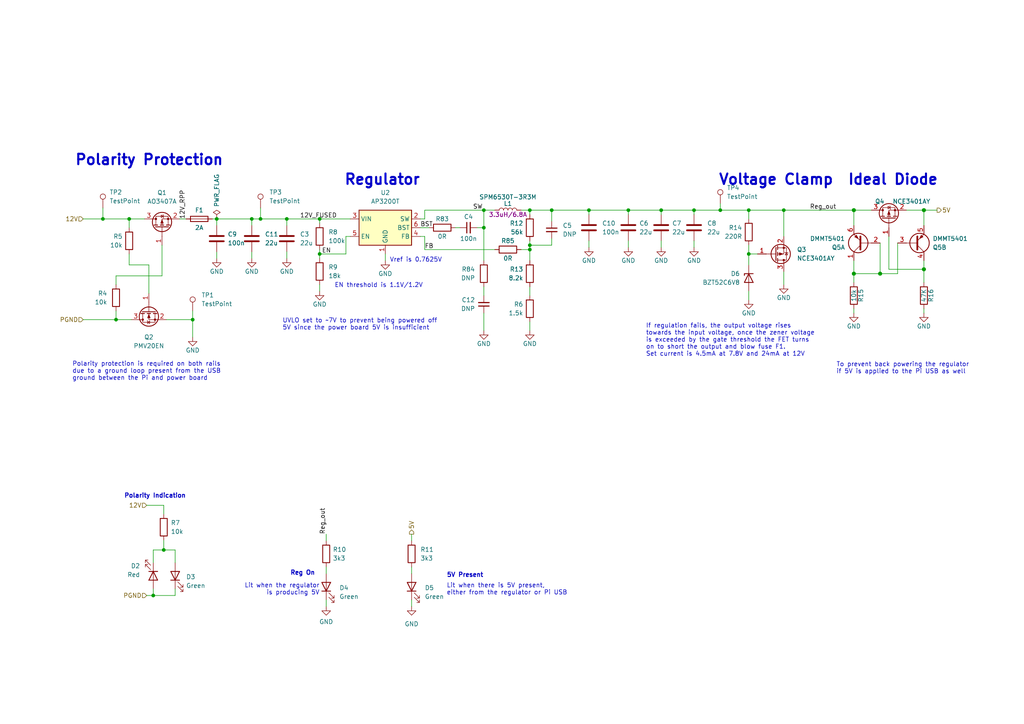
<source format=kicad_sch>
(kicad_sch (version 20211123) (generator eeschema)
  (paper "A4")
  (title_block (title "KCH - Raspberry Pi HAT") (date "2022-06-28") (rev "A (S2L1)") (company "Student Robotics") (comment 1 "Power Regulation & Protection"))
  (lib_symbols
    (symbol "Connector:TestPoint" (pin_numbers hide) (pin_names (offset 0.762) hide)
      (property "Reference" "TP" (at 0 6.858 0))
      (property "Value" "TestPoint" (at 0 5.08 0))
      (symbol "TestPoint_0_1"
        (circle (center 0 3.302) (radius 0.762))
      )
      (symbol "TestPoint_1_1"
        (pin passive line (at 0 0 90) (length 2.54) (name "1") (number "1"))
      )
    )
    (symbol "Device:C" (pin_numbers hide) (pin_names (offset 0.254))
      (property "Reference" "C" (at 0.635 2.54 0))
      (property "Value" "C" (at 0.635 -2.54 0))
      (symbol "C_0_1"
        (polyline (pts (xy -2.032 -0.762) (xy 2.032 -0.762)) (stroke (width 0.508)))
        (polyline (pts (xy -2.032 0.762) (xy 2.032 0.762)) (stroke (width 0.508)))
      )
      (symbol "C_1_1"
        (pin passive line (at 0 3.81 270) (length 2.794) (name "~") (number "1"))
        (pin passive line (at 0 -3.81 90) (length 2.794) (name "~") (number "2"))
      )
    )
    (symbol "Device:C_Small" (pin_numbers hide) (pin_names (offset 0.254) hide)
      (property "Reference" "C" (at 0.254 1.778 0))
      (property "Value" "C_Small" (at 0.254 -2.032 0))
      (symbol "C_Small_0_1"
        (polyline (pts (xy -1.524 -0.508) (xy 1.524 -0.508)) (stroke (width 0.3302)))
        (polyline (pts (xy -1.524 0.508) (xy 1.524 0.508)) (stroke (width 0.3048)))
      )
      (symbol "C_Small_1_1"
        (pin passive line (at 0 2.54 270) (length 2.032) (name "~") (number "1"))
        (pin passive line (at 0 -2.54 90) (length 2.032) (name "~") (number "2"))
      )
    )
    (symbol "Device:D_Zener" (pin_numbers hide) (pin_names (offset 1.016) hide)
      (property "Reference" "D" (at 0 2.54 0))
      (property "Value" "D_Zener" (at 0 -2.54 0))
      (symbol "D_Zener_0_1"
        (polyline (pts (xy 1.27 0) (xy -1.27 0)))
        (polyline (pts (xy -1.27 -1.27) (xy -1.27 1.27) (xy -0.762 1.27)) (stroke (width 0.254)))
        (polyline (pts (xy 1.27 -1.27) (xy 1.27 1.27) (xy -1.27 0) (xy 1.27 -1.27)) (stroke (width 0.254)))
      )
      (symbol "D_Zener_1_1"
        (pin passive line (at -3.81 0 0) (length 2.54) (name "K") (number "1"))
        (pin passive line (at 3.81 0 180) (length 2.54) (name "A") (number "2"))
      )
    )
    (symbol "Device:Fuse" (pin_numbers hide) (pin_names (offset 0))
      (property "Reference" "F" (at 2.032 0 90))
      (property "Value" "Fuse" (at -1.905 0 90))
      (symbol "Fuse_0_1"
        (rectangle (start -0.762 -2.54) (end 0.762 2.54) (stroke (width 0.254)))
        (polyline (pts (xy 0 2.54) (xy 0 -2.54)))
      )
      (symbol "Fuse_1_1"
        (pin passive line (at 0 3.81 270) (length 1.27) (name "~") (number "1"))
        (pin passive line (at 0 -3.81 90) (length 1.27) (name "~") (number "2"))
      )
    )
    (symbol "Device:L" (pin_numbers hide) (pin_names (offset 1.016) hide)
      (property "Reference" "L" (at -1.27 0 90))
      (property "Value" "L" (at 1.905 0 90))
      (symbol "L_0_1"
        (arc (start 0 -2.54) (mid 0.635 -1.905) (end 0 -1.27))
        (arc (start 0 -1.27) (mid 0.635 -0.635) (end 0 0))
        (arc (start 0 0) (mid 0.635 0.635) (end 0 1.27))
        (arc (start 0 1.27) (mid 0.635 1.905) (end 0 2.54))
      )
      (symbol "L_1_1"
        (pin passive line (at 0 3.81 270) (length 1.27) (name "1") (number "1"))
        (pin passive line (at 0 -3.81 90) (length 1.27) (name "2") (number "2"))
      )
    )
    (symbol "Device:LED" (pin_numbers hide) (pin_names (offset 1.016) hide)
      (property "Reference" "D" (at 0 2.54 0))
      (property "Value" "LED" (at 0 -2.54 0))
      (symbol "LED_0_1"
        (polyline (pts (xy -1.27 -1.27) (xy -1.27 1.27)) (stroke (width 0.254)))
        (polyline (pts (xy -1.27 0) (xy 1.27 0)))
        (polyline (pts (xy 1.27 -1.27) (xy 1.27 1.27) (xy -1.27 0) (xy 1.27 -1.27)) (stroke (width 0.254)))
        (polyline (pts (xy -3.048 -0.762) (xy -4.572 -2.286) (xy -3.81 -2.286) (xy -4.572 -2.286) (xy -4.572 -1.524)))
        (polyline (pts (xy -1.778 -0.762) (xy -3.302 -2.286) (xy -2.54 -2.286) (xy -3.302 -2.286) (xy -3.302 -1.524)))
      )
      (symbol "LED_1_1"
        (pin passive line (at -3.81 0 0) (length 2.54) (name "K") (number "1"))
        (pin passive line (at 3.81 0 180) (length 2.54) (name "A") (number "2"))
      )
    )
    (symbol "Device:Q_NMOS_GSD" (pin_names (offset 0) hide)
      (property "Reference" "Q" (at 5.08 1.27 0))
      (property "Value" "Q_NMOS_GSD" (at 5.08 -1.27 0))
      (symbol "Q_NMOS_GSD_0_1"
        (polyline (pts (xy 0.254 0) (xy -2.54 0)))
        (polyline (pts (xy 0.254 1.905) (xy 0.254 -1.905)) (stroke (width 0.254)))
        (polyline (pts (xy 0.762 -1.27) (xy 0.762 -2.286)) (stroke (width 0.254)))
        (polyline (pts (xy 0.762 0.508) (xy 0.762 -0.508)) (stroke (width 0.254)))
        (polyline (pts (xy 0.762 2.286) (xy 0.762 1.27)) (stroke (width 0.254)))
        (polyline (pts (xy 2.54 2.54) (xy 2.54 1.778)))
        (polyline (pts (xy 2.54 -2.54) (xy 2.54 0) (xy 0.762 0)))
        (polyline (pts (xy 0.762 -1.778) (xy 3.302 -1.778) (xy 3.302 1.778) (xy 0.762 1.778)))
        (polyline (pts (xy 1.016 0) (xy 2.032 0.381) (xy 2.032 -0.381) (xy 1.016 0)) (fill (type outline)))
        (polyline (pts (xy 2.794 0.508) (xy 2.921 0.381) (xy 3.683 0.381) (xy 3.81 0.254)))
        (polyline (pts (xy 3.302 0.381) (xy 2.921 -0.254) (xy 3.683 -0.254) (xy 3.302 0.381)))
        (circle (center 1.651 0) (radius 2.794) (stroke (width 0.254)))
        (circle (center 2.54 -1.778) (radius 0.254) (fill (type outline)))
        (circle (center 2.54 1.778) (radius 0.254) (fill (type outline)))
      )
      (symbol "Q_NMOS_GSD_1_1"
        (pin input line (at -5.08 0 0) (length 2.54) (name "G") (number "1"))
        (pin passive line (at 2.54 -5.08 90) (length 2.54) (name "S") (number "2"))
        (pin passive line (at 2.54 5.08 270) (length 2.54) (name "D") (number "3"))
      )
    )
    (symbol "Device:Q_PMOS_GSD" (pin_names (offset 0) hide)
      (property "Reference" "Q" (at 5.08 1.27 0))
      (property "Value" "Q_PMOS_GSD" (at 5.08 -1.27 0))
      (symbol "Q_PMOS_GSD_0_1"
        (polyline (pts (xy 0.254 0) (xy -2.54 0)))
        (polyline (pts (xy 0.254 1.905) (xy 0.254 -1.905)) (stroke (width 0.254)))
        (polyline (pts (xy 0.762 -1.27) (xy 0.762 -2.286)) (stroke (width 0.254)))
        (polyline (pts (xy 0.762 0.508) (xy 0.762 -0.508)) (stroke (width 0.254)))
        (polyline (pts (xy 0.762 2.286) (xy 0.762 1.27)) (stroke (width 0.254)))
        (polyline (pts (xy 2.54 2.54) (xy 2.54 1.778)))
        (polyline (pts (xy 2.54 -2.54) (xy 2.54 0) (xy 0.762 0)))
        (polyline (pts (xy 0.762 1.778) (xy 3.302 1.778) (xy 3.302 -1.778) (xy 0.762 -1.778)))
        (polyline (pts (xy 2.286 0) (xy 1.27 0.381) (xy 1.27 -0.381) (xy 2.286 0)) (fill (type outline)))
        (polyline (pts (xy 2.794 -0.508) (xy 2.921 -0.381) (xy 3.683 -0.381) (xy 3.81 -0.254)))
        (polyline (pts (xy 3.302 -0.381) (xy 2.921 0.254) (xy 3.683 0.254) (xy 3.302 -0.381)))
        (circle (center 1.651 0) (radius 2.794) (stroke (width 0.254)))
        (circle (center 2.54 -1.778) (radius 0.254) (fill (type outline)))
        (circle (center 2.54 1.778) (radius 0.254) (fill (type outline)))
      )
      (symbol "Q_PMOS_GSD_1_1"
        (pin input line (at -5.08 0 0) (length 2.54) (name "G") (number "1"))
        (pin passive line (at 2.54 -5.08 90) (length 2.54) (name "S") (number "2"))
        (pin passive line (at 2.54 5.08 270) (length 2.54) (name "D") (number "3"))
      )
    )
    (symbol "Device:R" (pin_numbers hide) (pin_names (offset 0))
      (property "Reference" "R" (at 2.032 0 90))
      (property "Value" "R" (at 0 0 90))
      (symbol "R_0_1"
        (rectangle (start -1.016 -2.54) (end 1.016 2.54) (stroke (width 0.254)))
      )
      (symbol "R_1_1"
        (pin passive line (at 0 3.81 270) (length 1.27) (name "~") (number "1"))
        (pin passive line (at 0 -3.81 90) (length 1.27) (name "~") (number "2"))
      )
    )
    (symbol "KCH:DMMT5401" (pin_names (offset 0) hide)
      (property "Reference" "Q" (at 5.08 1.27 0))
      (property "Value" "DMMT5401" (at 5.08 -1.27 0))
      (symbol "DMMT5401_0_1"
        (polyline (pts (xy 0.635 0) (xy -2.54 0)))
        (polyline (pts (xy 0.635 0.635) (xy 2.54 2.54)))
        (polyline (pts (xy 0.635 -0.635) (xy 2.54 -2.54) (xy 2.54 -2.54)))
        (polyline (pts (xy 0.635 1.905) (xy 0.635 -1.905) (xy 0.635 -1.905)) (stroke (width 0.508)))
        (polyline (pts (xy 2.286 -1.778) (xy 1.778 -2.286) (xy 1.27 -1.27) (xy 2.286 -1.778) (xy 2.286 -1.778)) (fill (type outline)))
        (circle (center 1.27 0) (radius 2.8194) (stroke (width 0.254)))
      )
      (symbol "DMMT5401_1_1"
        (pin passive line (at 2.54 5.08 270) (length 2.54) (name "C1") (number "1"))
        (pin input line (at -5.08 0 0) (length 2.54) (name "B1") (number "2"))
        (pin passive line (at 2.54 -5.08 90) (length 2.54) (name "E1") (number "6"))
      )
      (symbol "DMMT5401_2_1"
        (pin input line (at -5.08 0 0) (length 2.54) (name "B2") (number "3"))
        (pin passive line (at 2.54 5.08 270) (length 2.54) (name "C2") (number "4"))
        (pin passive line (at 2.54 -5.08 90) (length 2.54) (name "E2") (number "5"))
      )
    )
    (symbol "KCH:MT1471"
      (property "Reference" "U" (at -7.62 6.35 0))
      (property "Value" "MT1471" (at 6.35 -6.35 0))
      (symbol "MT1471_0_1"
        (rectangle (start -7.62 5.08) (end 7.62 -5.08) (stroke (width 0.254)) (fill (type background)))
      )
      (symbol "MT1471_1_1"
        (pin power_in line (at 0 -7.62 90) (length 2.54) (name "GND") (number "1"))
        (pin output line (at 10.16 2.54 180) (length 2.54) (name "SW") (number "2"))
        (pin power_in line (at -10.16 2.54 0) (length 2.54) (name "VIN") (number "3"))
        (pin input line (at 10.16 -2.54 180) (length 2.54) (name "FB") (number "4"))
        (pin input line (at -10.16 -2.54 0) (length 2.54) (name "EN") (number "5"))
        (pin passive line (at 10.16 0 180) (length 2.54) (name "BST") (number "6"))
      )
    )
    (symbol "KCH:NCE3401AY" (pin_names (offset 0) hide)
      (property "Reference" "Q" (at 5.08 1.27 0))
      (property "Value" "NCE3401AY" (at 5.08 -1.27 0))
      (symbol "NCE3401AY_0_1"
        (polyline (pts (xy 0.254 0) (xy -2.54 0)))
        (polyline (pts (xy 0.254 1.905) (xy 0.254 -1.905)) (stroke (width 0.254)))
        (polyline (pts (xy 0.762 -1.27) (xy 0.762 -2.286)) (stroke (width 0.254)))
        (polyline (pts (xy 0.762 0.508) (xy 0.762 -0.508)) (stroke (width 0.254)))
        (polyline (pts (xy 0.762 2.286) (xy 0.762 1.27)) (stroke (width 0.254)))
        (polyline (pts (xy 2.54 2.54) (xy 2.54 1.778)))
        (polyline (pts (xy 2.54 -2.54) (xy 2.54 0) (xy 0.762 0)))
        (polyline (pts (xy 0.762 1.778) (xy 3.302 1.778) (xy 3.302 -1.778) (xy 0.762 -1.778)))
        (polyline (pts (xy 2.286 0) (xy 1.27 0.381) (xy 1.27 -0.381) (xy 2.286 0)) (fill (type outline)))
        (polyline (pts (xy 2.794 -0.508) (xy 2.921 -0.381) (xy 3.683 -0.381) (xy 3.81 -0.254)))
        (polyline (pts (xy 3.302 -0.381) (xy 2.921 0.254) (xy 3.683 0.254) (xy 3.302 -0.381)))
        (circle (center 1.651 0) (radius 2.794) (stroke (width 0.254)))
        (circle (center 2.54 -1.778) (radius 0.254) (fill (type outline)))
        (circle (center 2.54 1.778) (radius 0.254) (fill (type outline)))
      )
      (symbol "NCE3401AY_1_1"
        (pin input line (at -5.08 0 0) (length 2.54) (name "G") (number "1"))
        (pin passive line (at 2.54 -5.08 90) (length 2.54) (name "S") (number "2"))
        (pin passive line (at 2.54 5.08 270) (length 2.54) (name "D") (number "3"))
      )
    )
    (symbol "power:GND" (power) (pin_names (offset 0))
      (property "Value" "GND" (at 0 -3.81 0))
      (symbol "GND_0_1"
        (polyline (pts (xy 0 0) (xy 0 -1.27) (xy 1.27 -1.27) (xy 0 -2.54) (xy -1.27 -1.27) (xy 0 -1.27)))
      )
      (symbol "GND_1_1"
        (pin power_in line (at 0 0 270) (length 0) hide (name "GND") (number "1"))
      )
    )
    (symbol "power:PWR_FLAG" (power) (pin_numbers hide) (pin_names (offset 0) hide)
      (property "Value" "PWR_FLAG" (at 0 3.81 0))
      (symbol "PWR_FLAG_0_0"
        (pin power_out line (at 0 0 90) (length 0) (name "pwr") (number "1"))
      )
      (symbol "PWR_FLAG_0_1"
        (polyline (pts (xy 0 0) (xy 0 1.27) (xy -1.016 1.905) (xy 0 2.54) (xy 1.016 1.905) (xy 0 1.27)))
      )
    )
  )
  (junction (at 73.025 63.5))
  (junction (at 62.865 63.5))
  (junction (at 267.97 60.96) (diameter 1.016))
  (junction (at 140.335 60.96))
  (junction (at 217.17 60.96))
  (junction (at 160.02 60.96))
  (junction (at 208.915 60.96))
  (junction (at 227.33 60.96))
  (junction (at 247.65 60.96) (diameter 1.016))
  (junction (at 83.185 63.5))
  (junction (at 33.655 92.71))
  (junction (at 191.77 60.96))
  (junction (at 182.245 60.96))
  (junction (at 140.335 66.04))
  (junction (at 170.815 60.96))
  (junction (at 92.71 63.5))
  (junction (at 75.565 63.5))
  (junction (at 29.845 63.5))
  (junction (at 247.65 79.375) (diameter 1.016))
  (junction (at 92.71 73.66))
  (junction (at 267.97 78.105) (diameter 1.016))
  (junction (at 44.45 172.72))
  (junction (at 47.498 159.512))
  (junction (at 55.88 92.71))
  (junction (at 37.465 63.5))
  (junction (at 255.27 79.375) (diameter 1.016))
  (junction (at 217.17 73.66))
  (junction (at 153.67 60.96))
  (junction (at 153.67 72.39))
  (junction (at 153.67 71.12))
  (junction (at 201.295 60.96))
  (wire (pts (xy 42.545 146.558) (xy 47.498 146.558)))
  (wire (pts (xy 119.38 164.465) (xy 119.38 166.37)))
  (wire (pts (xy 83.185 65.405) (xy 83.185 63.5)))
  (wire (pts (xy 140.335 90.805) (xy 140.335 95.885)))
  (wire (pts (xy 267.97 90.805) (xy 267.97 89.535)))
  (wire (pts (xy 227.33 68.58) (xy 227.33 60.96)))
  (wire (pts (xy 37.465 73.66) (xy 37.465 76.835)))
  (wire (pts (xy 29.845 60.325) (xy 29.845 63.5)))
  (wire (pts (xy 52.07 63.5) (xy 53.975 63.5)))
  (wire (pts (xy 247.65 90.805) (xy 247.65 89.535)))
  (wire (pts (xy 217.17 63.5) (xy 217.17 60.96)))
  (wire (pts (xy 92.71 64.77) (xy 92.71 63.5)))
  (wire (pts (xy 94.615 173.99) (xy 94.615 175.895)))
  (wire (pts (xy 123.19 72.39) (xy 143.51 72.39)))
  (wire (pts (xy 55.88 92.71) (xy 55.88 97.79)))
  (wire (pts (xy 46.99 80.01) (xy 46.99 71.12)))
  (wire (pts (xy 123.19 68.58) (xy 123.19 72.39)))
  (wire (pts (xy 247.65 65.405) (xy 247.65 60.96)))
  (wire (pts (xy 255.27 79.375) (xy 260.35 79.375)))
  (wire (pts (xy 75.565 60.325) (xy 75.565 63.5)))
  (wire (pts (xy 257.81 78.105) (xy 267.97 78.105)))
  (wire (pts (xy 50.8 170.815) (xy 50.8 172.72)))
  (wire (pts (xy 160.02 69.215) (xy 160.02 71.12)))
  (wire (pts (xy 24.13 63.5) (xy 29.845 63.5)))
  (wire (pts (xy 257.81 68.58) (xy 257.81 78.105)))
  (wire (pts (xy 33.655 82.55) (xy 33.655 80.01)))
  (wire (pts (xy 73.025 63.5) (xy 75.565 63.5)))
  (wire (pts (xy 217.17 60.96) (xy 227.33 60.96)))
  (wire (pts (xy 160.02 60.96) (xy 153.67 60.96)))
  (wire (pts (xy 151.13 72.39) (xy 153.67 72.39)))
  (wire (pts (xy 55.88 90.17) (xy 55.88 92.71)))
  (wire (pts (xy 217.17 76.835) (xy 217.17 73.66)))
  (wire (pts (xy 44.45 170.815) (xy 44.45 172.72)))
  (wire (pts (xy 121.92 66.04) (xy 124.46 66.04)))
  (wire (pts (xy 255.27 70.485) (xy 255.27 79.375)))
  (wire (pts (xy 208.915 59.055) (xy 208.915 60.96)))
  (wire (pts (xy 191.77 60.96) (xy 191.77 62.23)))
  (wire (pts (xy 262.89 60.96) (xy 267.97 60.96)))
  (wire (pts (xy 182.245 60.96) (xy 182.245 62.23)))
  (wire (pts (xy 119.38 173.99) (xy 119.38 175.895)))
  (wire (pts (xy 47.498 149.098) (xy 47.498 146.558)))
  (wire (pts (xy 208.915 60.96) (xy 201.295 60.96)))
  (wire (pts (xy 267.97 60.96) (xy 271.78 60.96)))
  (wire (pts (xy 37.465 76.835) (xy 43.18 76.835)))
  (wire (pts (xy 44.45 159.512) (xy 47.498 159.512)))
  (wire (pts (xy 94.615 164.465) (xy 94.615 166.37)))
  (wire (pts (xy 182.245 69.85) (xy 182.245 71.755)))
  (wire (pts (xy 92.71 73.66) (xy 92.71 74.93)))
  (wire (pts (xy 43.18 76.835) (xy 43.18 85.09)))
  (wire (pts (xy 100.33 68.58) (xy 100.33 73.66)))
  (wire (pts (xy 247.65 60.96) (xy 252.73 60.96)))
  (wire (pts (xy 217.17 84.455) (xy 217.17 86.995)))
  (wire (pts (xy 247.65 79.375) (xy 255.27 79.375)))
  (wire (pts (xy 208.915 60.96) (xy 217.17 60.96)))
  (wire (pts (xy 153.67 60.96) (xy 153.67 62.23)))
  (wire (pts (xy 83.185 73.025) (xy 83.185 74.93)))
  (wire (pts (xy 42.545 172.72) (xy 44.45 172.72)))
  (wire (pts (xy 170.815 69.85) (xy 170.815 71.755)))
  (wire (pts (xy 267.97 65.405) (xy 267.97 60.96)))
  (wire (pts (xy 201.295 62.23) (xy 201.295 60.96)))
  (wire (pts (xy 191.77 69.85) (xy 191.77 71.755)))
  (wire (pts (xy 92.71 63.5) (xy 101.6 63.5)))
  (wire (pts (xy 217.17 71.12) (xy 217.17 73.66)))
  (wire (pts (xy 47.498 156.718) (xy 47.498 159.512)))
  (wire (pts (xy 140.335 83.185) (xy 140.335 85.725)))
  (wire (pts (xy 123.19 63.5) (xy 123.19 60.96)))
  (wire (pts (xy 121.92 68.58) (xy 123.19 68.58)))
  (wire (pts (xy 29.845 63.5) (xy 37.465 63.5)))
  (wire (pts (xy 62.865 63.5) (xy 73.025 63.5)))
  (wire (pts (xy 247.65 75.565) (xy 247.65 79.375)))
  (wire (pts (xy 37.465 63.5) (xy 37.465 66.04)))
  (wire (pts (xy 247.65 79.375) (xy 247.65 81.915)))
  (wire (pts (xy 75.565 63.5) (xy 83.185 63.5)))
  (wire (pts (xy 140.335 75.565) (xy 140.335 66.04)))
  (wire (pts (xy 138.43 66.04) (xy 140.335 66.04)))
  (wire (pts (xy 73.025 73.025) (xy 73.025 74.93)))
  (wire (pts (xy 160.02 71.12) (xy 153.67 71.12)))
  (wire (pts (xy 62.865 63.5) (xy 62.865 65.405)))
  (wire (pts (xy 140.335 60.96) (xy 143.51 60.96)))
  (wire (pts (xy 217.17 73.66) (xy 219.71 73.66)))
  (wire (pts (xy 33.655 92.71) (xy 33.655 90.17)))
  (wire (pts (xy 267.97 78.105) (xy 267.97 81.915)))
  (wire (pts (xy 153.67 69.85) (xy 153.67 71.12)))
  (wire (pts (xy 33.655 80.01) (xy 46.99 80.01)))
  (wire (pts (xy 153.67 83.185) (xy 153.67 85.725)))
  (wire (pts (xy 92.71 72.39) (xy 92.71 73.66)))
  (wire (pts (xy 94.615 154.94) (xy 94.615 156.845)))
  (wire (pts (xy 41.91 63.5) (xy 37.465 63.5)))
  (wire (pts (xy 83.185 63.5) (xy 92.71 63.5)))
  (wire (pts (xy 170.815 60.96) (xy 182.245 60.96)))
  (wire (pts (xy 44.45 159.512) (xy 44.45 163.195)))
  (wire (pts (xy 227.33 60.96) (xy 247.65 60.96)))
  (wire (pts (xy 227.33 78.74) (xy 227.33 82.55)))
  (wire (pts (xy 38.1 92.71) (xy 33.655 92.71)))
  (wire (pts (xy 153.67 93.345) (xy 153.67 95.885)))
  (wire (pts (xy 44.45 172.72) (xy 50.8 172.72)))
  (wire (pts (xy 267.97 75.565) (xy 267.97 78.105)))
  (wire (pts (xy 191.77 60.96) (xy 182.245 60.96)))
  (wire (pts (xy 47.498 159.512) (xy 50.8 159.512)))
  (wire (pts (xy 121.92 63.5) (xy 123.19 63.5)))
  (wire (pts (xy 260.35 79.375) (xy 260.35 70.485)))
  (wire (pts (xy 73.025 65.405) (xy 73.025 63.5)))
  (wire (pts (xy 50.8 159.512) (xy 50.8 163.195)))
  (wire (pts (xy 201.295 69.85) (xy 201.295 71.755)))
  (wire (pts (xy 153.67 71.12) (xy 153.67 72.39)))
  (wire (pts (xy 62.865 73.025) (xy 62.865 74.93)))
  (wire (pts (xy 119.38 154.94) (xy 119.38 156.845)))
  (wire (pts (xy 153.67 60.96) (xy 151.13 60.96)))
  (wire (pts (xy 160.02 60.96) (xy 170.815 60.96)))
  (wire (pts (xy 170.815 62.23) (xy 170.815 60.96)))
  (wire (pts (xy 132.08 66.04) (xy 133.35 66.04)))
  (wire (pts (xy 61.595 63.5) (xy 62.865 63.5)))
  (wire (pts (xy 123.19 60.96) (xy 140.335 60.96)))
  (wire (pts (xy 153.67 72.39) (xy 153.67 75.565)))
  (wire (pts (xy 24.13 92.71) (xy 33.655 92.71)))
  (wire (pts (xy 100.33 73.66) (xy 92.71 73.66)))
  (wire (pts (xy 140.335 60.96) (xy 140.335 66.04)))
  (wire (pts (xy 160.02 64.135) (xy 160.02 60.96)))
  (wire (pts (xy 48.26 92.71) (xy 55.88 92.71)))
  (wire (pts (xy 92.71 82.55) (xy 92.71 84.455)))
  (wire (pts (xy 111.76 73.66) (xy 111.76 75.565)))
  (wire (pts (xy 101.6 68.58) (xy 100.33 68.58)))
  (wire (pts (xy 201.295 60.96) (xy 191.77 60.96)))
  (text "EN threshold is 1.1V/1.2V" (at 97.028 83.566 0) (effects (font (size 1.27 1.27)) (justify left bottom)))
  (text "Vref is 0.7625V" (at 113.03 76.2 0) (effects (font (size 1.27 1.27)) (justify left bottom)))
  (text "Regulator" (at 99.695 53.975 0) (effects (font (size 3 3) (thickness 0.6) bold) (justify left bottom)))
  (text "Ideal Diode" (at 245.745 53.975 0) (effects (font (size 3 3) (thickness 0.6) bold) (justify left bottom)))
  (text "5V Present" (at 129.54 167.64 0) (effects (font (size 1.27 1.27) (thickness 0.254) bold) (justify left bottom)))
  (text "Lit when the regulator\nis producing 5V\n" (at 92.71 172.72 180) (effects (font (size 1.27 1.27)) (justify right bottom)))
  (text "To prevent back powering the regulator \nif 5V is applied to the Pi USB as well" (at 242.57 108.585 0) (effects (font (size 1.27 1.27)) (justify left bottom)))
  (text "Voltage Clamp" (at 208.28 53.975 0) (effects (font (size 3 3) (thickness 0.6) bold) (justify left bottom)))
  (text "Lit when there is 5V present,\neither from the regulator or Pi USB" (at 129.54 172.72 0) (effects (font (size 1.27 1.27)) (justify left bottom)))
  (text "UVLO set to ~7V to prevent being powered off \n5V since the power board 5V is insufficient" (at 81.915 95.885 0) (effects (font (size 1.27 1.27)) (justify left bottom)))
  (text "If regulation fails, the output voltage rises \ntowards the input voltage, once the zener voltage\nis exceeded by the gate threshold the FET turns\non to short the output and blow fuse F1.\nSet current is 4.5mA at 7.8V and 24mA at 12V\n" (at 187.325 103.505 0) (effects (font (size 1.27 1.27)) (justify left bottom)))
  (text "Reg On" (at 91.44 167.005 180) (effects (font (size 1.27 1.27) (thickness 0.254) bold) (justify right bottom)))
  (text "Polarity Indication" (at 53.975 144.653 180) (effects (font (size 1.27 1.27) (thickness 0.254) bold) (justify right bottom)))
  (text "Polarity protection is required on both rails\ndue to a ground loop present from the USB \nground between the Pi and power board" (at 20.955 110.49 0) (effects (font (size 1.27 1.27)) (justify left bottom)))
  (text "Polarity Protection" (at 21.59 48.26 0) (effects (font (size 3 3) (thickness 0.6) bold) (justify left bottom)))
  (label "EN" (at 93.345 73.66 0))
  (label "BST" (at 121.92 66.04 0))
  (label "SW" (at 137.16 60.96 0))
  (label "Reg_out" (at 242.57 60.96 180))
  (label "Reg_out" (at 94.615 154.94 90))
  (label "12V_RPP" (at 53.975 63.5 90))
  (label "12V_FUSED" (at 86.995 63.5 0))
  (label "FB" (at 123.19 72.39 0))
  (hierarchical_label "5V" (shape output) (at 271.78 60.96 0))
  (hierarchical_label "12V" (shape input) (at 42.545 146.558 180))
  (hierarchical_label "PGND" (shape input) (at 24.13 92.71 180))
  (hierarchical_label "12V" (shape input) (at 24.13 63.5 180))
  (hierarchical_label "5V" (shape output) (at 119.38 154.94 90))
  (hierarchical_label "PGND" (shape input) (at 42.545 172.72 180))
  (symbol (lib_id "Device:LED") (at 94.615 170.18 90) (unit 1)
    (property "Reference" "D4" (at 98.425 170.4974 90) (effects (justify right)))
    (property "Value" "Green" (at 98.425 173.0374 90) (effects (justify right)))
    (property "Footprint" "LED_SMD:LED_0603_1608Metric_Pad1.05x0.95mm_HandSolder" (effects hide))
    (property "Datasheet" "https://datasheet.lcsc.com/lcsc/1811101510_Everlight-Elec-19-217-GHC-YR1S2-3T_C72043.pdf" (effects hide))
  )
  (symbol (lib_id "KCH:NCE3401AY") (at 257.81 63.5 90) (unit 1)
    (property "Reference" "Q4" (at 256.54 58.42 90) (effects (justify left)))
    (property "Value" "NCE3401AY" (at 269.875 58.42 90) (effects (justify left)))
    (property "Footprint" "Package_TO_SOT_SMD:SOT-23" (effects hide))
    (property "Datasheet" "https://datasheet.lcsc.com/lcsc/2012041908_Wuxi-NCE-Power-Semiconductor-NCE3401AY_C169815.pdf" (effects hide))
  )
  (symbol (lib_id "Device:C") (at 182.245 66.04 0) (unit 1)
    (property "Reference" "C6" (at 185.42 64.7699 0) (effects (justify left)))
    (property "Value" "22u" (at 185.42 67.3099 0) (effects (justify left)))
    (property "Footprint" "Capacitor_SMD:C_1206_3216Metric" (effects hide))
  )
  (symbol (lib_id "Device:Q_NMOS_GSD") (at 43.18 90.17 90) (mirror x) (unit 1)
    (property "Reference" "Q2" (at 43.18 97.79 90))
    (property "Value" "PMV20EN" (at 43.18 100.33 90))
    (property "Footprint" "Package_TO_SOT_SMD:SOT-23" (effects hide))
  )
  (symbol (lib_id "power:GND") (at 201.295 71.755 0) (unit 1)
    (property "Reference" "#PWR022" (effects hide))
    (property "Value" "GND" (at 201.295 75.565 0))
  )
  (symbol (lib_id "power:GND") (at 182.245 71.755 0) (unit 1)
    (property "Reference" "#PWR020" (effects hide))
    (property "Value" "GND" (at 182.245 75.565 0))
  )
  (symbol (lib_id "Device:R") (at 47.498 152.908 0) (unit 1)
    (property "Reference" "R7" (at 49.53 151.6379 0) (effects (justify left)))
    (property "Value" "10k" (at 49.53 154.1779 0) (effects (justify left)))
    (property "Footprint" "Resistor_SMD:R_0402_1005Metric" (effects hide))
  )
  (symbol (lib_id "power:GND") (at 140.335 95.885 0) (unit 1)
    (property "Reference" "#PWR0108" (effects hide))
    (property "Value" "GND" (at 140.335 99.695 0))
  )
  (symbol (lib_id "power:GND") (at 247.65 90.805 0) (unit 1)
    (property "Reference" "#PWR025" (effects hide))
    (property "Value" "GND" (at 247.65 94.615 0))
  )
  (symbol (lib_id "Device:C") (at 170.815 66.04 0) (unit 1)
    (property "Reference" "C10" (at 174.625 64.7699 0) (effects (justify left)))
    (property "Value" "100n" (at 174.625 67.3099 0) (effects (justify left)))
    (property "Footprint" "Capacitor_SMD:C_0402_1005Metric" (effects hide))
  )
  (symbol (lib_id "Device:R") (at 94.615 160.655 0) (unit 1)
    (property "Reference" "R10" (at 96.52 159.3849 0) (effects (justify left)))
    (property "Value" "3k3" (at 96.52 161.9249 0) (effects (justify left)))
    (property "Footprint" "Resistor_SMD:R_0402_1005Metric" (effects hide))
  )
  (symbol (lib_id "Device:R") (at 119.38 160.655 0) (unit 1)
    (property "Reference" "R11" (at 121.92 159.3849 0) (effects (justify left)))
    (property "Value" "3k3" (at 121.92 161.9249 0) (effects (justify left)))
    (property "Footprint" "Resistor_SMD:R_0402_1005Metric" (effects hide))
  )
  (symbol (lib_id "Device:R") (at 267.97 85.725 0) (unit 1)
    (property "Reference" "R16" (at 270.002 85.725 90))
    (property "Value" "47K" (at 267.97 85.725 90))
    (property "Footprint" "Resistor_SMD:R_0402_1005Metric" (effects hide))
  )
  (symbol (lib_id "Device:R") (at 92.71 78.74 0) (unit 1)
    (property "Reference" "R9" (at 95.25 77.4699 0) (effects (justify left)))
    (property "Value" "18k" (at 95.25 80.0099 0) (effects (justify left)))
    (property "Footprint" "Resistor_SMD:R_0402_1005Metric" (effects hide))
  )
  (symbol (lib_id "Device:C_Small") (at 140.335 88.265 0) (mirror x) (unit 1)
    (property "Reference" "C12" (at 137.795 86.9885 0) (effects (justify right)))
    (property "Value" "DNP" (at 137.795 89.5285 0) (effects (justify right)))
    (property "Footprint" "Capacitor_SMD:C_0402_1005Metric" (effects hide))
  )
  (symbol (lib_id "power:PWR_FLAG") (at 62.865 63.5 0) (unit 1)
    (property "Reference" "#FLG0101" (effects hide))
    (property "Value" "PWR_FLAG" (at 62.865 55.245 90))
  )
  (symbol (lib_id "Device:R") (at 147.32 72.39 90) (unit 1)
    (property "Reference" "R85" (at 147.32 69.85 90))
    (property "Value" "0R" (at 147.32 74.93 90))
    (property "Footprint" "Resistor_SMD:R_0402_1005Metric" (effects hide))
  )
  (symbol (lib_id "KCH:DMMT5401") (at 265.43 70.485 0) (mirror x) (unit 2)
    (property "Reference" "Q5" (at 270.51 71.755 0) (effects (justify left)))
    (property "Value" "DMMT5401" (at 270.51 69.215 0) (effects (justify left)))
    (property "Footprint" "Package_TO_SOT_SMD:SOT-23-6" (effects hide))
    (property "Datasheet" "https://www.diodes.com/assets/Datasheets/ds30437.pdf" (effects hide))
  )
  (symbol (lib_id "power:GND") (at 227.33 82.55 0) (unit 1)
    (property "Reference" "#PWR024" (effects hide))
    (property "Value" "GND" (at 227.33 86.36 0))
  )
  (symbol (lib_id "Connector:TestPoint") (at 75.565 60.325 0) (unit 1) (in_bom no)
    (property "Reference" "TP3" (at 78.105 55.7529 0) (effects (justify left)))
    (property "Value" "TestPoint" (at 78.105 58.2929 0) (effects (justify left)))
    (property "Footprint" "TestPoint:TestPoint_Pad_D2.0mm" (effects hide))
  )
  (symbol (lib_id "Device:R") (at 128.27 66.04 90) (unit 1)
    (property "Reference" "R83" (at 128.27 63.5 90))
    (property "Value" "0R" (at 128.27 68.58 90))
    (property "Footprint" "Resistor_SMD:R_0402_1005Metric" (effects hide))
  )
  (symbol (lib_id "power:GND") (at 62.865 74.93 0) (unit 1)
    (property "Reference" "#PWR085" (effects hide))
    (property "Value" "GND" (at 62.865 78.74 0))
  )
  (symbol (lib_id "Device:R") (at 92.71 68.58 0) (unit 1)
    (property "Reference" "R8" (at 95.25 67.3099 0) (effects (justify left)))
    (property "Value" "100k" (at 95.25 69.8499 0) (effects (justify left)))
    (property "Footprint" "Resistor_SMD:R_0402_1005Metric" (effects hide))
  )
  (symbol (lib_id "Device:C") (at 73.025 69.215 0) (unit 1)
    (property "Reference" "C11" (at 76.835 67.9449 0) (effects (justify left)))
    (property "Value" "22u" (at 76.835 70.485 0) (effects (justify left)))
    (property "Footprint" "Capacitor_SMD:C_1206_3216Metric" (effects hide))
  )
  (symbol (lib_id "Device:R") (at 217.17 67.31 0) (mirror x) (unit 1)
    (property "Reference" "R14" (at 215.265 66.0399 0) (effects (justify right)))
    (property "Value" "220R" (at 215.265 68.5799 0) (effects (justify right)))
    (property "Footprint" "Resistor_SMD:R_0402_1005Metric" (effects hide))
  )
  (symbol (lib_id "Device:R") (at 33.655 86.36 0) (mirror x) (unit 1)
    (property "Reference" "R4" (at 31.115 85.0899 0) (effects (justify right)))
    (property "Value" "10k" (at 31.115 87.6299 0) (effects (justify right)))
    (property "Footprint" "Resistor_SMD:R_0402_1005Metric" (effects hide))
  )
  (symbol (lib_id "Device:L") (at 147.32 60.96 270) (mirror x) (unit 1)
    (property "Reference" "L1" (at 147.32 59.055 90))
    (property "Value" "SPM6530T-3R3M" (at 147.32 57.15 90))
    (property "Footprint" "project_footprints:MWSA0603" (effects hide))
    (property "Value2" "3.3uH/6.8A" (at 147.32 62.23 90))
  )
  (symbol (lib_id "Device:R") (at 247.65 85.725 0) (unit 1)
    (property "Reference" "R15" (at 249.682 85.725 90))
    (property "Value" "10k" (at 247.65 85.725 90))
    (property "Footprint" "Resistor_SMD:R_0402_1005Metric" (effects hide))
  )
  (symbol (lib_id "Device:C_Small") (at 160.02 66.675 0) (unit 1)
    (property "Reference" "C5" (at 163.195 65.4112 0) (effects (justify left)))
    (property "Value" "DNP" (at 163.195 67.9512 0) (effects (justify left)))
    (property "Footprint" "Capacitor_SMD:C_0603_1608Metric" (effects hide))
  )
  (symbol (lib_id "power:GND") (at 153.67 95.885 0) (unit 1)
    (property "Reference" "#PWR019" (effects hide))
    (property "Value" "GND" (at 153.67 99.695 0))
  )
  (symbol (lib_id "Device:R") (at 153.67 89.535 0) (mirror x) (unit 1)
    (property "Reference" "R6" (at 151.765 88.2649 0) (effects (justify right)))
    (property "Value" "1.5k" (at 151.765 90.8049 0) (effects (justify right)))
    (property "Footprint" "Resistor_SMD:R_0402_1005Metric" (effects hide))
  )
  (symbol (lib_id "Device:R") (at 37.465 69.85 0) (mirror x) (unit 1)
    (property "Reference" "R5" (at 35.56 68.5799 0) (effects (justify right)))
    (property "Value" "10k" (at 35.56 71.1199 0) (effects (justify right)))
    (property "Footprint" "Resistor_SMD:R_0402_1005Metric" (effects hide))
  )
  (symbol (lib_id "power:GND") (at 170.815 71.755 0) (unit 1)
    (property "Reference" "#PWR086" (effects hide))
    (property "Value" "GND" (at 170.815 75.565 0))
  )
  (symbol (lib_id "KCH:MT1471") (at 111.76 66.04 0) (unit 1)
    (property "Reference" "U2" (at 111.76 55.88 0))
    (property "Value" "AP3200T" (at 111.76 58.42 0))
    (property "Footprint" "Package_TO_SOT_SMD:SOT-23-6" (effects hide))
    (property "Datasheet" "https://www.diodes.com/assets/Datasheets/AP62300_AP62301_AP62300T.pdf" (effects hide))
  )
  (symbol (lib_id "Device:LED") (at 44.45 167.005 270) (unit 1)
    (property "Reference" "D2" (at 40.64 164.1474 90) (effects (justify right)))
    (property "Value" "Red" (at 40.64 166.6874 90) (effects (justify right)))
    (property "Footprint" "LED_SMD:LED_0805_2012Metric_Pad1.15x1.40mm_HandSolder" (effects hide))
    (property "Datasheet" "https://datasheet.lcsc.com/lcsc/2008201032_Foshan-NationStar-Optoelectronics-NCD0805R1_C84256.pdf" (effects hide))
  )
  (symbol (lib_id "power:GND") (at 111.76 75.565 0) (unit 1)
    (property "Reference" "#PWR017" (effects hide))
    (property "Value" "GND" (at 111.76 79.375 0))
  )
  (symbol (lib_id "Device:Q_PMOS_GSD") (at 46.99 66.04 90) (unit 1)
    (property "Reference" "Q1" (at 46.99 55.88 90))
    (property "Value" "AO3407A" (at 46.99 58.42 90))
    (property "Footprint" "Package_TO_SOT_SMD:SOT-23" (effects hide))
    (property "Datasheet" "https://datasheet.lcsc.com/lcsc/1810231523_Alpha---Omega-Semicon-AO3407A_C15155.pdf" (effects hide))
  )
  (symbol (lib_id "Device:C") (at 83.185 69.215 0) (unit 1)
    (property "Reference" "C3" (at 86.995 67.9449 0) (effects (justify left)))
    (property "Value" "22u" (at 86.995 70.4849 0) (effects (justify left)))
    (property "Footprint" "Capacitor_SMD:C_1206_3216Metric" (effects hide))
  )
  (symbol (lib_id "Connector:TestPoint") (at 55.88 90.17 0) (unit 1) (in_bom no)
    (property "Reference" "TP1" (at 58.42 85.5979 0) (effects (justify left)))
    (property "Value" "TestPoint" (at 58.42 88.1379 0) (effects (justify left)))
    (property "Footprint" "TestPoint:TestPoint_Pad_D2.0mm" (effects hide))
  )
  (symbol (lib_id "power:GND") (at 83.185 74.93 0) (unit 1)
    (property "Reference" "#PWR014" (effects hide))
    (property "Value" "GND" (at 83.185 78.74 0))
  )
  (symbol (lib_id "power:GND") (at 94.615 175.895 0) (unit 1)
    (property "Reference" "#PWR016" (effects hide))
    (property "Value" "GND" (at 94.615 180.34 0))
  )
  (symbol (lib_id "power:GND") (at 191.77 71.755 0) (unit 1)
    (property "Reference" "#PWR021" (effects hide))
    (property "Value" "GND" (at 191.77 75.565 0))
  )
  (symbol (lib_id "power:GND") (at 92.71 84.455 0) (unit 1)
    (property "Reference" "#PWR015" (effects hide))
    (property "Value" "GND" (at 92.71 88.265 0))
  )
  (symbol (lib_id "Device:R") (at 140.335 79.375 0) (mirror x) (unit 1)
    (property "Reference" "R84" (at 137.795 78.1049 0) (effects (justify right)))
    (property "Value" "DNP" (at 137.795 80.6449 0) (effects (justify right)))
    (property "Footprint" "Resistor_SMD:R_0402_1005Metric" (effects hide))
  )
  (symbol (lib_id "Device:R") (at 153.67 66.04 0) (mirror x) (unit 1)
    (property "Reference" "R12" (at 151.765 64.7699 0) (effects (justify right)))
    (property "Value" "56k" (at 151.765 67.3099 0) (effects (justify right)))
    (property "Footprint" "Resistor_SMD:R_0402_1005Metric" (effects hide))
  )
  (symbol (lib_id "Connector:TestPoint") (at 208.915 59.055 0) (unit 1) (in_bom no)
    (property "Reference" "TP4" (at 210.82 54.4829 0) (effects (justify left)))
    (property "Value" "TestPoint" (at 210.82 57.0229 0) (effects (justify left)))
    (property "Footprint" "TestPoint:TestPoint_Pad_D2.0mm" (effects hide))
  )
  (symbol (lib_id "Device:LED") (at 50.8 167.005 90) (unit 1)
    (property "Reference" "D3" (at 53.975 167.3224 90) (effects (justify right)))
    (property "Value" "Green" (at 53.975 169.8624 90) (effects (justify right)))
    (property "Footprint" "LED_SMD:LED_0603_1608Metric_Pad1.05x0.95mm_HandSolder" (effects hide))
    (property "Datasheet" "https://datasheet.lcsc.com/lcsc/1811101510_Everlight-Elec-19-217-GHC-YR1S2-3T_C72043.pdf" (effects hide))
  )
  (symbol (lib_id "power:GND") (at 119.38 175.895 0) (unit 1)
    (property "Reference" "#PWR018" (effects hide))
    (property "Value" "GND" (at 119.38 180.975 0))
  )
  (symbol (lib_id "Device:Fuse") (at 57.785 63.5 90) (unit 1)
    (property "Reference" "F1" (at 57.785 60.96 90))
    (property "Value" "2A" (at 57.785 66.04 90))
    (property "Footprint" "Resistor_SMD:R_0603_1608Metric" (effects hide))
  )
  (symbol (lib_id "power:GND") (at 55.88 97.79 0) (unit 1)
    (property "Reference" "#PWR013" (effects hide))
    (property "Value" "GND" (at 55.88 101.6 0))
  )
  (symbol (lib_id "KCH:DMMT5401") (at 250.19 70.485 180) (unit 1)
    (property "Reference" "Q5" (at 245.11 71.755 0) (effects (justify left)))
    (property "Value" "DMMT5401" (at 245.11 69.215 0) (effects (justify left)))
    (property "Footprint" "Package_TO_SOT_SMD:SOT-23-6" (effects hide))
    (property "Datasheet" "https://www.diodes.com/assets/Datasheets/ds30437.pdf" (effects hide))
  )
  (symbol (lib_id "Device:C") (at 201.295 66.04 0) (unit 1)
    (property "Reference" "C8" (at 205.105 64.7699 0) (effects (justify left)))
    (property "Value" "22u" (at 205.105 67.3099 0) (effects (justify left)))
    (property "Footprint" "Capacitor_SMD:C_1206_3216Metric" (effects hide))
  )
  (symbol (lib_id "Device:LED") (at 119.38 170.18 90) (unit 1)
    (property "Reference" "D5" (at 123.19 170.4974 90) (effects (justify right)))
    (property "Value" "Green" (at 123.19 173.0374 90) (effects (justify right)))
    (property "Footprint" "LED_SMD:LED_0603_1608Metric_Pad1.05x0.95mm_HandSolder" (effects hide))
    (property "Datasheet" "https://datasheet.lcsc.com/lcsc/1811101510_Everlight-Elec-19-217-GHC-YR1S2-3T_C72043.pdf" (effects hide))
  )
  (symbol (lib_id "Device:R") (at 153.67 79.375 0) (mirror x) (unit 1)
    (property "Reference" "R13" (at 151.765 78.1049 0) (effects (justify right)))
    (property "Value" "8.2k" (at 151.765 80.6449 0) (effects (justify right)))
    (property "Footprint" "Resistor_SMD:R_0402_1005Metric" (effects hide))
  )
  (symbol (lib_id "power:GND") (at 267.97 90.805 0) (unit 1)
    (property "Reference" "#PWR026" (effects hide))
    (property "Value" "GND" (at 267.97 94.615 0))
  )
  (symbol (lib_id "KCH:NCE3401AY") (at 224.79 73.66 0) (mirror x) (unit 1)
    (property "Reference" "Q3" (at 231.14 72.3899 0) (effects (justify left)))
    (property "Value" "NCE3401AY" (at 231.14 74.9299 0) (effects (justify left)))
    (property "Footprint" "Package_TO_SOT_SMD:SOT-23" (effects hide))
    (property "Datasheet" "https://datasheet.lcsc.com/lcsc/2012041908_Wuxi-NCE-Power-Semiconductor-NCE3401AY_C169815.pdf" (effects hide))
  )
  (symbol (lib_id "Device:D_Zener") (at 217.17 80.645 90) (mirror x) (unit 1)
    (property "Reference" "D6" (at 214.63 79.3749 90) (effects (justify left)))
    (property "Value" "BZT52C6V8" (at 214.63 81.9149 90) (effects (justify left)))
    (property "Footprint" "Diode_SMD:D_SOD-123" (effects hide))
    (property "Datasheet" "https://datasheet.lcsc.com/lcsc/1811121308_MDD-Microdiode-Electronics--BZT52C6V8_C173404.pdf" (effects hide))
  )
  (symbol (lib_id "Device:C_Small") (at 135.89 66.04 90) (unit 1)
    (property "Reference" "C4" (at 135.89 62.865 90))
    (property "Value" "100n" (at 135.89 69.215 90))
    (property "Footprint" "Capacitor_SMD:C_0603_1608Metric" (effects hide))
  )
  (symbol (lib_id "Device:C") (at 191.77 66.04 0) (unit 1)
    (property "Reference" "C7" (at 194.945 64.7699 0) (effects (justify left)))
    (property "Value" "22u" (at 194.945 67.3099 0) (effects (justify left)))
    (property "Footprint" "Capacitor_SMD:C_1206_3216Metric" (effects hide))
  )
  (symbol (lib_id "Device:C") (at 62.865 69.215 180) (unit 1)
    (property "Reference" "C9" (at 66.04 67.9449 0) (effects (justify right)))
    (property "Value" "100n" (at 66.04 70.4849 0) (effects (justify right)))
    (property "Footprint" "Capacitor_SMD:C_0402_1005Metric" (effects hide))
  )
  (symbol (lib_id "power:GND") (at 73.025 74.93 0) (unit 1)
    (property "Reference" "#PWR0107" (effects hide))
    (property "Value" "GND" (at 73.025 78.74 0))
  )
  (symbol (lib_id "Connector:TestPoint") (at 29.845 60.325 0) (unit 1) (in_bom no)
    (property "Reference" "TP2" (at 31.75 55.7529 0) (effects (justify left)))
    (property "Value" "TestPoint" (at 31.75 58.2929 0) (effects (justify left)))
    (property "Footprint" "TestPoint:TestPoint_Pad_D2.0mm" (effects hide))
  )
  (symbol (lib_id "power:GND") (at 217.17 86.995 0) (unit 1)
    (property "Reference" "#PWR023" (effects hide))
    (property "Value" "GND" (at 217.17 90.805 0))
  )
)
</source>
